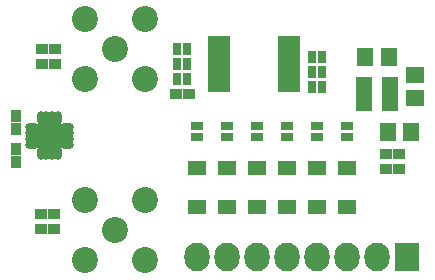
<source format=gts>
G04 #@! TF.FileFunction,Soldermask,Top*
%FSLAX46Y46*%
G04 Gerber Fmt 4.6, Leading zero omitted, Abs format (unit mm)*
G04 Created by KiCad (PCBNEW 4.0.2-stable) date Mon Mar 14 23:55:08 2016*
%MOMM*%
G01*
G04 APERTURE LIST*
%ADD10C,0.100000*%
%ADD11R,1.000000X0.900000*%
%ADD12R,1.400000X1.650000*%
%ADD13R,1.650000X1.400000*%
%ADD14R,0.900000X1.000000*%
%ADD15R,1.620000X1.310000*%
%ADD16R,2.127200X2.432000*%
%ADD17O,2.127200X2.432000*%
%ADD18R,1.000000X0.800000*%
%ADD19R,0.800000X1.000000*%
%ADD20C,2.200000*%
%ADD21R,1.460000X1.050000*%
%ADD22O,0.700000X1.150000*%
%ADD23O,1.150000X0.700000*%
%ADD24R,1.300000X1.300000*%
%ADD25R,1.850000X0.850000*%
G04 APERTURE END LIST*
D10*
D11*
X159935000Y-107315000D03*
X158835000Y-107315000D03*
X159935000Y-106045000D03*
X158835000Y-106045000D03*
D12*
X159020000Y-104140000D03*
X161020000Y-104140000D03*
D13*
X161290000Y-101330000D03*
X161290000Y-99330000D03*
D12*
X157115000Y-97790000D03*
X159115000Y-97790000D03*
D11*
X130725000Y-112395000D03*
X129625000Y-112395000D03*
X129625000Y-111125000D03*
X130725000Y-111125000D03*
D14*
X127508000Y-102828000D03*
X127508000Y-103928000D03*
X127508000Y-106680000D03*
X127508000Y-105580000D03*
D11*
X130810000Y-97155000D03*
X129710000Y-97155000D03*
X130810000Y-98425000D03*
X129710000Y-98425000D03*
X141055000Y-100965000D03*
X142155000Y-100965000D03*
D15*
X142875000Y-110490000D03*
X142875000Y-107220000D03*
X145415000Y-110490000D03*
X145415000Y-107220000D03*
X147955000Y-110490000D03*
X147955000Y-107220000D03*
X155575000Y-110490000D03*
X155575000Y-107220000D03*
X153035000Y-110490000D03*
X153035000Y-107220000D03*
X150495000Y-110490000D03*
X150495000Y-107220000D03*
D16*
X160655000Y-114750000D03*
D17*
X158115000Y-114750000D03*
X155575000Y-114750000D03*
X153035000Y-114750000D03*
X150495000Y-114750000D03*
X147955000Y-114750000D03*
X145415000Y-114750000D03*
X142875000Y-114750000D03*
D18*
X142875000Y-104590000D03*
X142875000Y-103690000D03*
X145415000Y-104590000D03*
X145415000Y-103690000D03*
X147955000Y-104590000D03*
X147955000Y-103690000D03*
D19*
X142055000Y-97155000D03*
X141155000Y-97155000D03*
X142055000Y-98425000D03*
X141155000Y-98425000D03*
X142055000Y-99695000D03*
X141155000Y-99695000D03*
X153485000Y-97790000D03*
X152585000Y-97790000D03*
X153485000Y-99060000D03*
X152585000Y-99060000D03*
X153485000Y-100330000D03*
X152585000Y-100330000D03*
D18*
X150495000Y-104590000D03*
X150495000Y-103690000D03*
X153035000Y-104590000D03*
X153035000Y-103690000D03*
X155575000Y-104590000D03*
X155575000Y-103690000D03*
D20*
X135890000Y-112500000D03*
X138430000Y-115040000D03*
X133350000Y-115040000D03*
X133350000Y-109960000D03*
X138430000Y-109960000D03*
D21*
X159215000Y-101915000D03*
X159215000Y-100965000D03*
X159215000Y-100015000D03*
X157015000Y-100015000D03*
X157015000Y-101915000D03*
X157015000Y-100965000D03*
D22*
X129610000Y-105975000D03*
X130110000Y-105975000D03*
X130610000Y-105975000D03*
X131110000Y-105975000D03*
D23*
X131835000Y-105250000D03*
X131835000Y-104750000D03*
X131835000Y-104250000D03*
X131835000Y-103750000D03*
D22*
X131110000Y-103025000D03*
X130610000Y-103025000D03*
X130110000Y-103025000D03*
X129610000Y-103025000D03*
D23*
X128885000Y-103750000D03*
X128885000Y-104250000D03*
X128885000Y-104750000D03*
X128885000Y-105250000D03*
D24*
X130810000Y-104050000D03*
X129910000Y-104050000D03*
X130810000Y-104950000D03*
X129910000Y-104950000D03*
D20*
X135890000Y-97155000D03*
X133350000Y-94615000D03*
X138430000Y-94615000D03*
X138430000Y-99695000D03*
X133350000Y-99695000D03*
D25*
X144745000Y-96475000D03*
X144745000Y-97125000D03*
X144745000Y-97775000D03*
X144745000Y-98425000D03*
X144745000Y-99075000D03*
X144745000Y-99725000D03*
X144745000Y-100375000D03*
X150645000Y-100375000D03*
X150645000Y-99725000D03*
X150645000Y-99075000D03*
X150645000Y-98425000D03*
X150645000Y-97775000D03*
X150645000Y-97125000D03*
X150645000Y-96475000D03*
M02*

</source>
